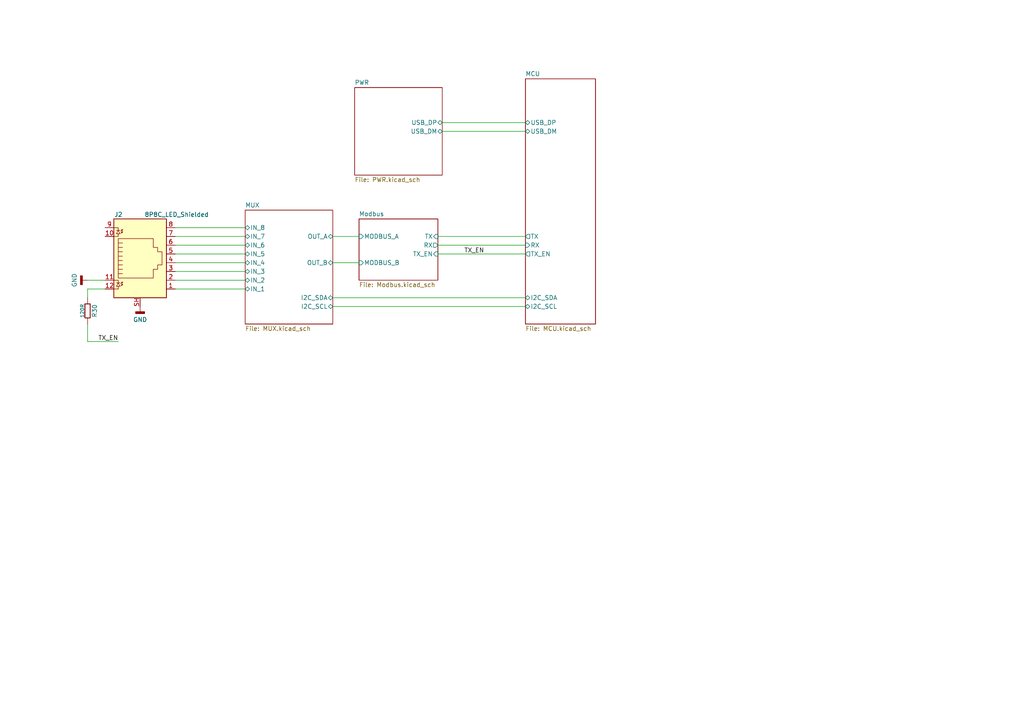
<source format=kicad_sch>
(kicad_sch (version 20250114) (generator "eeschema") (generator_version "9.0")
  (paper "A4")
  (lib_symbols
    (symbol "Connectors:RC01812" (pin_names (offset 1.016))
      (property "Reference" "J" (at -5.08 13.97 0))
      (property "Value" "8P8C_LED_Shielded" (at 1.27 13.97 0))
      (symbol "RC01812_0_1"
        (polyline (pts (xy -7.62 10.16) (xy -6.35 10.16)))
        (polyline (pts (xy -7.62 7.62) (xy -6.35 7.62)))
        (polyline (pts (xy -7.62 -5.08) (xy -6.35 -5.08)))
        (polyline (pts (xy -7.62 -7.62) (xy -6.35 -7.62)))
        (polyline (pts (xy -6.858 9.398) (xy -5.842 9.398)))
        (polyline (pts (xy -6.858 -5.842) (xy -5.842 -5.842)))
        (polyline (pts (xy -6.35 10.16) (xy -6.35 9.398)))
        (polyline (pts (xy -6.35 9.398) (xy -6.858 8.382) (xy -5.842 8.382) (xy -6.35 9.398)))
        (polyline (pts (xy -6.35 7.62) (xy -6.35 8.382)))
        (polyline (pts (xy -6.35 1.905) (xy -5.08 1.905) (xy -5.08 1.905)))
        (polyline (pts (xy -6.35 0.635) (xy -5.08 0.635) (xy -5.08 0.635)))
        (polyline (pts (xy -6.35 -0.635) (xy -5.08 -0.635) (xy -5.08 -0.635)))
        (polyline (pts (xy -6.35 -1.905) (xy -5.08 -1.905) (xy -5.08 -1.905)))
        (polyline (pts (xy -6.35 -3.175) (xy -5.08 -3.175) (xy -5.08 -3.175)))
        (polyline (pts (xy -6.35 -4.445) (xy -6.35 6.985) (xy 3.81 6.985) (xy 3.81 4.445) (xy 5.08 4.445) (xy 5.08 3.175) (xy 6.35 3.175) (xy 6.35 -0.635) (xy 5.08 -0.635) (xy 5.08 -1.905) (xy 3.81 -1.905) (xy 3.81 -4.445) (xy -6.35 -4.445) (xy -6.35 -4.445)))
        (polyline (pts (xy -6.35 -5.08) (xy -6.35 -5.842)))
        (polyline (pts (xy -6.35 -5.842) (xy -6.858 -6.858) (xy -5.842 -6.858) (xy -6.35 -5.842)))
        (polyline (pts (xy -6.35 -7.62) (xy -6.35 -6.858)))
        (polyline (pts (xy -5.588 9.144) (xy -5.08 9.652) (xy -5.461 9.525)))
        (polyline (pts (xy -5.588 8.509) (xy -5.08 9.017) (xy -5.461 8.89)))
        (polyline (pts (xy -5.588 -6.096) (xy -5.08 -5.588) (xy -5.461 -5.715)))
        (polyline (pts (xy -5.588 -6.731) (xy -5.08 -6.223) (xy -5.461 -6.35)))
        (polyline (pts (xy -5.08 9.652) (xy -5.207 9.271)))
        (polyline (pts (xy -5.08 9.017) (xy -5.207 8.636)))
        (polyline (pts (xy -5.08 5.715) (xy -6.35 5.715)))
        (polyline (pts (xy -5.08 4.445) (xy -6.35 4.445)))
        (polyline (pts (xy -5.08 3.175) (xy -6.35 3.175) (xy -6.35 3.175)))
        (polyline (pts (xy -5.08 -5.588) (xy -5.207 -5.969)))
        (polyline (pts (xy -5.08 -6.223) (xy -5.207 -6.604)))
        (rectangle (start 7.62 12.7) (end -7.62 -10.16) (stroke (width 0.254)) (fill (type background)))
      )
      (symbol "RC01812_1_1"
        (pin passive line (at -10.16 10.16 0) (length 2.54) (name "~") (number "9"))
        (pin passive line (at -10.16 7.62 0) (length 2.54) (name "~") (number "10"))
        (pin passive line (at -10.16 -5.08 0) (length 2.54) (name "~") (number "11"))
        (pin passive line (at -10.16 -7.62 0) (length 2.54) (name "~") (number "12"))
        (pin passive line (at 0 -12.7 90) (length 2.54) (name "~") (number "SH"))
        (pin passive line (at 10.16 10.16 180) (length 2.54) (name "~") (number "8"))
        (pin passive line (at 10.16 7.62 180) (length 2.54) (name "~") (number "7"))
        (pin passive line (at 10.16 5.08 180) (length 2.54) (name "~") (number "6"))
        (pin passive line (at 10.16 2.54 180) (length 2.54) (name "~") (number "5"))
        (pin passive line (at 10.16 0 180) (length 2.54) (name "~") (number "4"))
        (pin passive line (at 10.16 -2.54 180) (length 2.54) (name "~") (number "3"))
        (pin passive line (at 10.16 -5.08 180) (length 2.54) (name "~") (number "2"))
        (pin passive line (at 10.16 -7.62 180) (length 2.54) (name "~") (number "1"))
      )
    )
    (symbol "Resistor:0402WGF1200TCE" (pin_numbers (hide yes)) (pin_names (offset 0))
      (property "Reference" "R" (at 2.032 0 90))
      (property "Value" "120R" (at -1.524 0 90))
      (symbol "0402WGF1200TCE_0_1"
        (rectangle (start -0.762 2.032) (end 0.762 -2.032) (stroke (width 0.254)))
      )
      (symbol "0402WGF1200TCE_1_1"
        (pin passive line (at 0 3.81 270) (length 1.778) (name "~") (number "1"))
        (pin passive line (at 0 -3.81 90) (length 1.778) (name "~") (number "2"))
      )
    )
    (symbol "power:GNDD" (power) (pin_numbers (hide yes)) (pin_names (offset 0) (hide yes))
      (property "Value" "GNDD" (at 0 -3.175 0))
      (symbol "GNDD_0_1"
        (rectangle (start -1.27 -1.524) (end 1.27 -2.032) (stroke (width 0.254)) (fill (type outline)))
        (polyline (pts (xy 0 0) (xy 0 -1.524)))
      )
      (symbol "GNDD_1_1"
        (pin power_in line (at 0 0 270) (length 0) (name "~") (number "1"))
      )
    )
  )
  (wire (pts (xy 127 71.12) (xy 152.4 71.12)))
  (wire (pts (xy 25.4 83.82) (xy 25.4 86.36)))
  (wire (pts (xy 50.8 71.12) (xy 71.12 71.12)))
  (wire (pts (xy 25.4 81.28) (xy 30.48 81.28)))
  (wire (pts (xy 96.52 88.9) (xy 152.4 88.9)))
  (wire (pts (xy 50.8 76.2) (xy 71.12 76.2)))
  (wire (pts (xy 96.52 86.36) (xy 152.4 86.36)))
  (wire (pts (xy 127 68.58) (xy 152.4 68.58)))
  (wire (pts (xy 50.8 83.82) (xy 71.12 83.82)))
  (wire (pts (xy 50.8 78.74) (xy 71.12 78.74)))
  (wire (pts (xy 96.52 76.2) (xy 104.14 76.2)))
  (wire (pts (xy 25.4 93.98) (xy 25.4 99.06)))
  (wire (pts (xy 96.52 68.58) (xy 104.14 68.58)))
  (wire (pts (xy 50.8 68.58) (xy 71.12 68.58)))
  (wire (pts (xy 128.27 35.56) (xy 152.4 35.56)))
  (wire (pts (xy 50.8 81.28) (xy 71.12 81.28)))
  (wire (pts (xy 30.48 83.82) (xy 25.4 83.82)))
  (wire (pts (xy 25.4 99.06) (xy 34.29 99.06)))
  (wire (pts (xy 50.8 66.04) (xy 71.12 66.04)))
  (wire (pts (xy 128.27 38.1) (xy 152.4 38.1)))
  (wire (pts (xy 50.8 73.66) (xy 71.12 73.66)))
  (wire (pts (xy 127 73.66) (xy 152.4 73.66)))
  (label "TX_EN" (at 134.62 73.66 0))
  (label "TX_EN" (at 34.29 99.06 180))
  (symbol (lib_id "power:GNDD") (at 25.4 81.28 270) (unit 1)
    (property "Reference" "#PWR072" (effects (hide yes)))
    (property "Value" "GND" (at 21.59 81.28 0))
    (property "Description" "Power symbol creates a global label with name \"GNDD\" , digital ground" (effects (hide yes)))
  )
  (symbol (lib_id "Resistor:0402WGF1200TCE") (at 25.4 90.17 0) (unit 1)
    (property "Reference" "R30" (at 27.432 90.17 90))
    (property "Value" "120R" (at 23.876 90.17 90) (effects (font (size 1.016 1.016))))
    (property "Footprint" "7Sigma:R_0402_1005Metric" (effects (hide yes)))
    (property "Datasheet" "https://atta.szlcsc.com/upload/public/pdf/source/20200306/C422600_1E6D84923E4A46A82E41ADD87F860B5C.pdf" (effects (hide yes)))
    (property "Description" "120R 63mW 1% 0402" (effects (hide yes)))
    (property "Power" "63mW" (effects (hide yes)))
    (property "Tolerance" "1%" (effects (hide yes)))
    (property "Footprint_Name" "0402" (effects (hide yes)))
    (property "Manufacturer 1" "Uni-Royal" (effects (hide yes)))
    (property "Manufacturer Part Number 1" "0402WGF1200TCE" (effects (hide yes)))
    (property "Supplier 1" "LCSC" (effects (hide yes)))
    (property "Supplier Part Number 1" "C25079" (effects (hide yes)))
    (property "LCSC Part" "C25079" (effects (hide yes)))
  )
  (symbol (lib_id "Connectors:RC01812") (at 40.64 76.2 0) (unit 1)
    (property "Reference" "J2" (at 35.56 62.23 0) (effects (justify right)))
    (property "Value" "8P8C_LED_Shielded" (at 41.91 62.23 0) (effects (justify left)))
    (property "Footprint" "7Sigma:RJ45-TH_RC01812" (effects (hide yes)))
    (property "Datasheet" "https://www.lcsc.com/datasheet/C708645.pdf" (effects (hide yes)))
    (property "Description" "RJ45 Jack 1 Shielded Recessed Mount With LED" (effects (hide yes)))
    (property "Manufacturer 1" "RCH" (effects (hide yes)))
    (property "Manufacturer Part Number 1" "RC01812" (effects (hide yes)))
    (property "Supplier 1" "LCSC" (effects (hide yes)))
    (property "Supplier Part Number 1" "C708645" (effects (hide yes)))
    (property "LCSC Part" "C708645" (effects (hide yes)))
  )
  (symbol (lib_id "power:GNDD") (at 40.64 88.9 0) (unit 1)
    (property "Reference" "#PWR071" (effects (hide yes)))
    (property "Value" "GND" (at 40.64 92.71 0))
    (property "Description" "Power symbol creates a global label with name \"GNDD\" , digital ground" (effects (hide yes)))
  )
  (sheet (at 102.87 25.4) (size 25.4 25.4) (stroke (width 0.1524))
    (property "Sheetname" "PWR" (at 102.87 24.6884 0) (effects (justify left bottom)))
    (property "Sheetfile" "PWR.kicad_sch" (at 102.87 51.3846 0) (effects (justify left top)))
    (pin "USB_DP" tri_state (at 128.27 35.56 0))
    (pin "USB_DM" tri_state (at 128.27 38.1 0))
  )
  (sheet (at 152.4 22.86) (size 20.32 71.12) (stroke (width 0.1524))
    (property "Sheetname" "MCU" (at 152.4 22.1484 0) (effects (justify left bottom)))
    (property "Sheetfile" "MCU.kicad_sch" (at 152.4 94.5646 0) (effects (justify left top)))
    (pin "RX" input (at 152.4 71.12 180))
    (pin "TX" output (at 152.4 68.58 180))
    (pin "TX_EN" output (at 152.4 73.66 180))
    (pin "I2C_SCL" bidirectional (at 152.4 88.9 180))
    (pin "I2C_SDA" bidirectional (at 152.4 86.36 180))
    (pin "USB_DP" tri_state (at 152.4 35.56 180))
    (pin "USB_DM" tri_state (at 152.4 38.1 180))
  )
  (sheet (at 104.14 63.5) (size 22.86 17.78) (stroke (width 0.1524))
    (property "Sheetname" "Modbus" (at 104.14 62.7884 0) (effects (justify left bottom)))
    (property "Sheetfile" "Modbus.kicad_sch" (at 104.14 81.8646 0) (effects (justify left top)))
    (pin "MODBUS_B" input (at 104.14 76.2 180))
    (pin "MODBUS_A" input (at 104.14 68.58 180))
    (pin "TX" input (at 127 68.58 0))
    (pin "RX" output (at 127 71.12 0))
    (pin "TX_EN" input (at 127 73.66 0))
  )
  (sheet (at 71.12 60.96) (size 25.4 33.02) (stroke (width 0.1524))
    (property "Sheetname" "MUX" (at 71.12 60.2484 0) (effects (justify left bottom)))
    (property "Sheetfile" "MUX.kicad_sch" (at 71.12 94.5646 0) (effects (justify left top)))
    (pin "IN_3" bidirectional (at 71.12 78.74 180))
    (pin "IN_6" bidirectional (at 71.12 71.12 180))
    (pin "IN_4" bidirectional (at 71.12 76.2 180))
    (pin "IN_7" bidirectional (at 71.12 68.58 180))
    (pin "IN_8" bidirectional (at 71.12 66.04 180))
    (pin "IN_2" bidirectional (at 71.12 81.28 180))
    (pin "IN_1" bidirectional (at 71.12 83.82 180))
    (pin "IN_5" bidirectional (at 71.12 73.66 180))
    (pin "OUT_B" bidirectional (at 96.52 76.2 0))
    (pin "OUT_A" bidirectional (at 96.52 68.58 0))
    (pin "I2C_SCL" bidirectional (at 96.52 88.9 0))
    (pin "I2C_SDA" bidirectional (at 96.52 86.36 0))
  )
)
</source>
